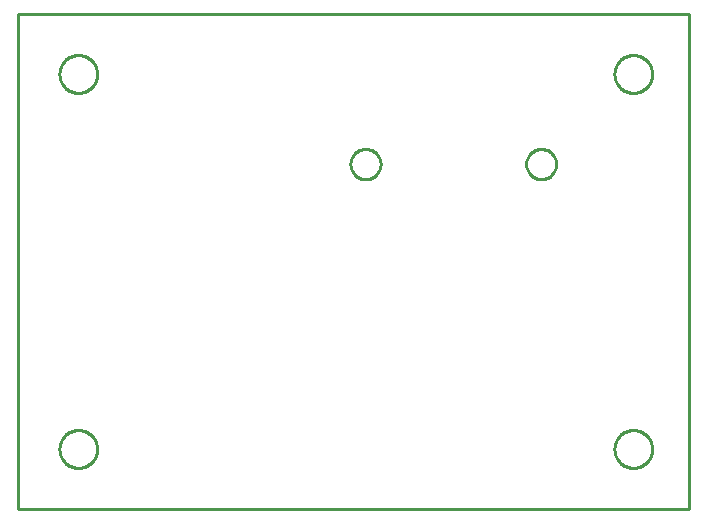
<source format=gbr>
G04 EAGLE Gerber RS-274X export*
G75*
%MOMM*%
%FSLAX34Y34*%
%LPD*%
%IN*%
%IPPOS*%
%AMOC8*
5,1,8,0,0,1.08239X$1,22.5*%
G01*
%ADD10C,0.254000*%


D10*
X152400Y317500D02*
X720600Y317500D01*
X720600Y736500D01*
X152400Y736500D01*
X152400Y317500D01*
X459050Y609099D02*
X458971Y608100D01*
X458815Y607111D01*
X458581Y606136D01*
X458271Y605184D01*
X457888Y604258D01*
X457433Y603365D01*
X456909Y602511D01*
X456321Y601700D01*
X455670Y600939D01*
X454961Y600230D01*
X454200Y599579D01*
X453389Y598991D01*
X452535Y598467D01*
X451642Y598012D01*
X450716Y597629D01*
X449764Y597319D01*
X448789Y597085D01*
X447800Y596929D01*
X446801Y596850D01*
X445799Y596850D01*
X444800Y596929D01*
X443811Y597085D01*
X442836Y597319D01*
X441884Y597629D01*
X440958Y598012D01*
X440065Y598467D01*
X439211Y598991D01*
X438400Y599579D01*
X437639Y600230D01*
X436930Y600939D01*
X436279Y601700D01*
X435691Y602511D01*
X435167Y603365D01*
X434712Y604258D01*
X434329Y605184D01*
X434019Y606136D01*
X433785Y607111D01*
X433629Y608100D01*
X433550Y609099D01*
X433550Y610101D01*
X433629Y611100D01*
X433785Y612089D01*
X434019Y613064D01*
X434329Y614016D01*
X434712Y614942D01*
X435167Y615835D01*
X435691Y616689D01*
X436279Y617500D01*
X436930Y618261D01*
X437639Y618970D01*
X438400Y619621D01*
X439211Y620209D01*
X440065Y620733D01*
X440958Y621188D01*
X441884Y621571D01*
X442836Y621881D01*
X443811Y622115D01*
X444800Y622271D01*
X445799Y622350D01*
X446801Y622350D01*
X447800Y622271D01*
X448789Y622115D01*
X449764Y621881D01*
X450716Y621571D01*
X451642Y621188D01*
X452535Y620733D01*
X453389Y620209D01*
X454200Y619621D01*
X454961Y618970D01*
X455670Y618261D01*
X456321Y617500D01*
X456909Y616689D01*
X457433Y615835D01*
X457888Y614942D01*
X458271Y614016D01*
X458581Y613064D01*
X458815Y612089D01*
X458971Y611100D01*
X459050Y610101D01*
X459050Y609099D01*
X607850Y609099D02*
X607771Y608100D01*
X607615Y607111D01*
X607381Y606136D01*
X607071Y605184D01*
X606688Y604258D01*
X606233Y603365D01*
X605709Y602511D01*
X605121Y601700D01*
X604470Y600939D01*
X603761Y600230D01*
X603000Y599579D01*
X602189Y598991D01*
X601335Y598467D01*
X600442Y598012D01*
X599516Y597629D01*
X598564Y597319D01*
X597589Y597085D01*
X596600Y596929D01*
X595601Y596850D01*
X594599Y596850D01*
X593600Y596929D01*
X592611Y597085D01*
X591636Y597319D01*
X590684Y597629D01*
X589758Y598012D01*
X588865Y598467D01*
X588011Y598991D01*
X587200Y599579D01*
X586439Y600230D01*
X585730Y600939D01*
X585079Y601700D01*
X584491Y602511D01*
X583967Y603365D01*
X583512Y604258D01*
X583129Y605184D01*
X582819Y606136D01*
X582585Y607111D01*
X582429Y608100D01*
X582350Y609099D01*
X582350Y610101D01*
X582429Y611100D01*
X582585Y612089D01*
X582819Y613064D01*
X583129Y614016D01*
X583512Y614942D01*
X583967Y615835D01*
X584491Y616689D01*
X585079Y617500D01*
X585730Y618261D01*
X586439Y618970D01*
X587200Y619621D01*
X588011Y620209D01*
X588865Y620733D01*
X589758Y621188D01*
X590684Y621571D01*
X591636Y621881D01*
X592611Y622115D01*
X593600Y622271D01*
X594599Y622350D01*
X595601Y622350D01*
X596600Y622271D01*
X597589Y622115D01*
X598564Y621881D01*
X599516Y621571D01*
X600442Y621188D01*
X601335Y620733D01*
X602189Y620209D01*
X603000Y619621D01*
X603761Y618970D01*
X604470Y618261D01*
X605121Y617500D01*
X605709Y616689D01*
X606233Y615835D01*
X606688Y614942D01*
X607071Y614016D01*
X607381Y613064D01*
X607615Y612089D01*
X607771Y611100D01*
X607850Y610101D01*
X607850Y609099D01*
X219200Y685276D02*
X219132Y684231D01*
X218995Y683192D01*
X218790Y682165D01*
X218519Y681153D01*
X218183Y680161D01*
X217782Y679193D01*
X217318Y678254D01*
X216795Y677346D01*
X216213Y676475D01*
X215575Y675644D01*
X214884Y674857D01*
X214143Y674116D01*
X213356Y673425D01*
X212525Y672788D01*
X211654Y672206D01*
X210746Y671682D01*
X209807Y671218D01*
X208839Y670817D01*
X207847Y670481D01*
X206835Y670210D01*
X205808Y670005D01*
X204769Y669869D01*
X203724Y669800D01*
X202676Y669800D01*
X201631Y669869D01*
X200592Y670005D01*
X199565Y670210D01*
X198553Y670481D01*
X197561Y670817D01*
X196593Y671218D01*
X195654Y671682D01*
X194746Y672206D01*
X193875Y672788D01*
X193044Y673425D01*
X192257Y674116D01*
X191516Y674857D01*
X190825Y675644D01*
X190188Y676475D01*
X189606Y677346D01*
X189082Y678254D01*
X188618Y679193D01*
X188217Y680161D01*
X187881Y681153D01*
X187610Y682165D01*
X187405Y683192D01*
X187269Y684231D01*
X187200Y685276D01*
X187200Y686324D01*
X187269Y687369D01*
X187405Y688408D01*
X187610Y689435D01*
X187881Y690447D01*
X188217Y691439D01*
X188618Y692407D01*
X189082Y693346D01*
X189606Y694254D01*
X190188Y695125D01*
X190825Y695956D01*
X191516Y696743D01*
X192257Y697484D01*
X193044Y698175D01*
X193875Y698813D01*
X194746Y699395D01*
X195654Y699918D01*
X196593Y700382D01*
X197561Y700783D01*
X198553Y701119D01*
X199565Y701390D01*
X200592Y701595D01*
X201631Y701732D01*
X202676Y701800D01*
X203724Y701800D01*
X204769Y701732D01*
X205808Y701595D01*
X206835Y701390D01*
X207847Y701119D01*
X208839Y700783D01*
X209807Y700382D01*
X210746Y699918D01*
X211654Y699395D01*
X212525Y698813D01*
X213356Y698175D01*
X214143Y697484D01*
X214884Y696743D01*
X215575Y695956D01*
X216213Y695125D01*
X216795Y694254D01*
X217318Y693346D01*
X217782Y692407D01*
X218183Y691439D01*
X218519Y690447D01*
X218790Y689435D01*
X218995Y688408D01*
X219132Y687369D01*
X219200Y686324D01*
X219200Y685276D01*
X689100Y685276D02*
X689032Y684231D01*
X688895Y683192D01*
X688690Y682165D01*
X688419Y681153D01*
X688083Y680161D01*
X687682Y679193D01*
X687218Y678254D01*
X686695Y677346D01*
X686113Y676475D01*
X685475Y675644D01*
X684784Y674857D01*
X684043Y674116D01*
X683256Y673425D01*
X682425Y672788D01*
X681554Y672206D01*
X680646Y671682D01*
X679707Y671218D01*
X678739Y670817D01*
X677747Y670481D01*
X676735Y670210D01*
X675708Y670005D01*
X674669Y669869D01*
X673624Y669800D01*
X672576Y669800D01*
X671531Y669869D01*
X670492Y670005D01*
X669465Y670210D01*
X668453Y670481D01*
X667461Y670817D01*
X666493Y671218D01*
X665554Y671682D01*
X664646Y672206D01*
X663775Y672788D01*
X662944Y673425D01*
X662157Y674116D01*
X661416Y674857D01*
X660725Y675644D01*
X660088Y676475D01*
X659506Y677346D01*
X658982Y678254D01*
X658518Y679193D01*
X658117Y680161D01*
X657781Y681153D01*
X657510Y682165D01*
X657305Y683192D01*
X657169Y684231D01*
X657100Y685276D01*
X657100Y686324D01*
X657169Y687369D01*
X657305Y688408D01*
X657510Y689435D01*
X657781Y690447D01*
X658117Y691439D01*
X658518Y692407D01*
X658982Y693346D01*
X659506Y694254D01*
X660088Y695125D01*
X660725Y695956D01*
X661416Y696743D01*
X662157Y697484D01*
X662944Y698175D01*
X663775Y698813D01*
X664646Y699395D01*
X665554Y699918D01*
X666493Y700382D01*
X667461Y700783D01*
X668453Y701119D01*
X669465Y701390D01*
X670492Y701595D01*
X671531Y701732D01*
X672576Y701800D01*
X673624Y701800D01*
X674669Y701732D01*
X675708Y701595D01*
X676735Y701390D01*
X677747Y701119D01*
X678739Y700783D01*
X679707Y700382D01*
X680646Y699918D01*
X681554Y699395D01*
X682425Y698813D01*
X683256Y698175D01*
X684043Y697484D01*
X684784Y696743D01*
X685475Y695956D01*
X686113Y695125D01*
X686695Y694254D01*
X687218Y693346D01*
X687682Y692407D01*
X688083Y691439D01*
X688419Y690447D01*
X688690Y689435D01*
X688895Y688408D01*
X689032Y687369D01*
X689100Y686324D01*
X689100Y685276D01*
X689100Y367776D02*
X689032Y366731D01*
X688895Y365692D01*
X688690Y364665D01*
X688419Y363653D01*
X688083Y362661D01*
X687682Y361693D01*
X687218Y360754D01*
X686695Y359846D01*
X686113Y358975D01*
X685475Y358144D01*
X684784Y357357D01*
X684043Y356616D01*
X683256Y355925D01*
X682425Y355288D01*
X681554Y354706D01*
X680646Y354182D01*
X679707Y353718D01*
X678739Y353317D01*
X677747Y352981D01*
X676735Y352710D01*
X675708Y352505D01*
X674669Y352369D01*
X673624Y352300D01*
X672576Y352300D01*
X671531Y352369D01*
X670492Y352505D01*
X669465Y352710D01*
X668453Y352981D01*
X667461Y353317D01*
X666493Y353718D01*
X665554Y354182D01*
X664646Y354706D01*
X663775Y355288D01*
X662944Y355925D01*
X662157Y356616D01*
X661416Y357357D01*
X660725Y358144D01*
X660088Y358975D01*
X659506Y359846D01*
X658982Y360754D01*
X658518Y361693D01*
X658117Y362661D01*
X657781Y363653D01*
X657510Y364665D01*
X657305Y365692D01*
X657169Y366731D01*
X657100Y367776D01*
X657100Y368824D01*
X657169Y369869D01*
X657305Y370908D01*
X657510Y371935D01*
X657781Y372947D01*
X658117Y373939D01*
X658518Y374907D01*
X658982Y375846D01*
X659506Y376754D01*
X660088Y377625D01*
X660725Y378456D01*
X661416Y379243D01*
X662157Y379984D01*
X662944Y380675D01*
X663775Y381313D01*
X664646Y381895D01*
X665554Y382418D01*
X666493Y382882D01*
X667461Y383283D01*
X668453Y383619D01*
X669465Y383890D01*
X670492Y384095D01*
X671531Y384232D01*
X672576Y384300D01*
X673624Y384300D01*
X674669Y384232D01*
X675708Y384095D01*
X676735Y383890D01*
X677747Y383619D01*
X678739Y383283D01*
X679707Y382882D01*
X680646Y382418D01*
X681554Y381895D01*
X682425Y381313D01*
X683256Y380675D01*
X684043Y379984D01*
X684784Y379243D01*
X685475Y378456D01*
X686113Y377625D01*
X686695Y376754D01*
X687218Y375846D01*
X687682Y374907D01*
X688083Y373939D01*
X688419Y372947D01*
X688690Y371935D01*
X688895Y370908D01*
X689032Y369869D01*
X689100Y368824D01*
X689100Y367776D01*
X219200Y367776D02*
X219132Y366731D01*
X218995Y365692D01*
X218790Y364665D01*
X218519Y363653D01*
X218183Y362661D01*
X217782Y361693D01*
X217318Y360754D01*
X216795Y359846D01*
X216213Y358975D01*
X215575Y358144D01*
X214884Y357357D01*
X214143Y356616D01*
X213356Y355925D01*
X212525Y355288D01*
X211654Y354706D01*
X210746Y354182D01*
X209807Y353718D01*
X208839Y353317D01*
X207847Y352981D01*
X206835Y352710D01*
X205808Y352505D01*
X204769Y352369D01*
X203724Y352300D01*
X202676Y352300D01*
X201631Y352369D01*
X200592Y352505D01*
X199565Y352710D01*
X198553Y352981D01*
X197561Y353317D01*
X196593Y353718D01*
X195654Y354182D01*
X194746Y354706D01*
X193875Y355288D01*
X193044Y355925D01*
X192257Y356616D01*
X191516Y357357D01*
X190825Y358144D01*
X190188Y358975D01*
X189606Y359846D01*
X189082Y360754D01*
X188618Y361693D01*
X188217Y362661D01*
X187881Y363653D01*
X187610Y364665D01*
X187405Y365692D01*
X187269Y366731D01*
X187200Y367776D01*
X187200Y368824D01*
X187269Y369869D01*
X187405Y370908D01*
X187610Y371935D01*
X187881Y372947D01*
X188217Y373939D01*
X188618Y374907D01*
X189082Y375846D01*
X189606Y376754D01*
X190188Y377625D01*
X190825Y378456D01*
X191516Y379243D01*
X192257Y379984D01*
X193044Y380675D01*
X193875Y381313D01*
X194746Y381895D01*
X195654Y382418D01*
X196593Y382882D01*
X197561Y383283D01*
X198553Y383619D01*
X199565Y383890D01*
X200592Y384095D01*
X201631Y384232D01*
X202676Y384300D01*
X203724Y384300D01*
X204769Y384232D01*
X205808Y384095D01*
X206835Y383890D01*
X207847Y383619D01*
X208839Y383283D01*
X209807Y382882D01*
X210746Y382418D01*
X211654Y381895D01*
X212525Y381313D01*
X213356Y380675D01*
X214143Y379984D01*
X214884Y379243D01*
X215575Y378456D01*
X216213Y377625D01*
X216795Y376754D01*
X217318Y375846D01*
X217782Y374907D01*
X218183Y373939D01*
X218519Y372947D01*
X218790Y371935D01*
X218995Y370908D01*
X219132Y369869D01*
X219200Y368824D01*
X219200Y367776D01*
M02*

</source>
